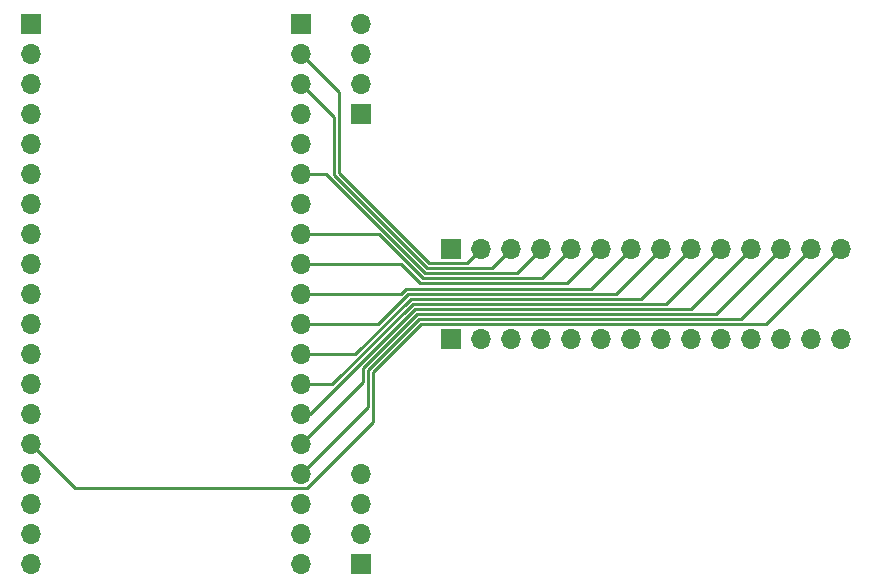
<source format=gtl>
G04 #@! TF.GenerationSoftware,KiCad,Pcbnew,5.1.6+dfsg1-1*
G04 #@! TF.CreationDate,2022-05-06T15:08:44-04:00*
G04 #@! TF.ProjectId,esp32-breadboard-adapter,65737033-322d-4627-9265-6164626f6172,rev?*
G04 #@! TF.SameCoordinates,Original*
G04 #@! TF.FileFunction,Copper,L1,Top*
G04 #@! TF.FilePolarity,Positive*
%FSLAX46Y46*%
G04 Gerber Fmt 4.6, Leading zero omitted, Abs format (unit mm)*
G04 Created by KiCad (PCBNEW 5.1.6+dfsg1-1) date 2022-05-06 15:08:44*
%MOMM*%
%LPD*%
G01*
G04 APERTURE LIST*
G04 #@! TA.AperFunction,ComponentPad*
%ADD10O,1.700000X1.700000*%
G04 #@! TD*
G04 #@! TA.AperFunction,ComponentPad*
%ADD11R,1.700000X1.700000*%
G04 #@! TD*
G04 #@! TA.AperFunction,Conductor*
%ADD12C,0.228600*%
G04 #@! TD*
G04 APERTURE END LIST*
D10*
X231140000Y-93980000D03*
X228600000Y-93980000D03*
X226060000Y-93980000D03*
X223520000Y-93980000D03*
X220980000Y-93980000D03*
X218440000Y-93980000D03*
X215900000Y-93980000D03*
X213360000Y-93980000D03*
X210820000Y-93980000D03*
X208280000Y-93980000D03*
X205740000Y-93980000D03*
X203200000Y-93980000D03*
X200660000Y-93980000D03*
D11*
X198120000Y-93980000D03*
D10*
X231140000Y-101600000D03*
X228600000Y-101600000D03*
X226060000Y-101600000D03*
X223520000Y-101600000D03*
X220980000Y-101600000D03*
X218440000Y-101600000D03*
X215900000Y-101600000D03*
X213360000Y-101600000D03*
X210820000Y-101600000D03*
X208280000Y-101600000D03*
X205740000Y-101600000D03*
X203200000Y-101600000D03*
X200660000Y-101600000D03*
D11*
X198120000Y-101600000D03*
D10*
X190500000Y-113030000D03*
X190500000Y-115570000D03*
X190500000Y-118110000D03*
D11*
X190500000Y-120650000D03*
D10*
X190500000Y-74930000D03*
X190500000Y-77470000D03*
X190500000Y-80010000D03*
D11*
X190500000Y-82550000D03*
D10*
X185420000Y-120650000D03*
X185420000Y-118110000D03*
X185420000Y-115570000D03*
X185420000Y-113030000D03*
X185420000Y-110490000D03*
X185420000Y-107950000D03*
X185420000Y-105410000D03*
X185420000Y-102870000D03*
X185420000Y-100330000D03*
X185420000Y-97790000D03*
X185420000Y-95250000D03*
X185420000Y-92710000D03*
X185420000Y-90170000D03*
X185420000Y-87630000D03*
X185420000Y-85090000D03*
X185420000Y-82550000D03*
X185420000Y-80010000D03*
X185420000Y-77470000D03*
D11*
X185420000Y-74930000D03*
D10*
X162560000Y-120650000D03*
X162560000Y-118110000D03*
X162560000Y-115570000D03*
X162560000Y-113030000D03*
X162560000Y-110490000D03*
X162560000Y-107950000D03*
X162560000Y-105410000D03*
X162560000Y-102870000D03*
X162560000Y-100330000D03*
X162560000Y-97790000D03*
X162560000Y-95250000D03*
X162560000Y-92710000D03*
X162560000Y-90170000D03*
X162560000Y-87630000D03*
X162560000Y-85090000D03*
X162560000Y-82550000D03*
X162560000Y-80010000D03*
X162560000Y-77470000D03*
D11*
X162560000Y-74930000D03*
D12*
X166264301Y-114194301D02*
X162560000Y-110490000D01*
X185978865Y-114194301D02*
X166264301Y-114194301D01*
X191517220Y-108655946D02*
X185978865Y-114194301D01*
X191517220Y-104415802D02*
X191517220Y-108655946D01*
X195602752Y-100330270D02*
X191517220Y-104415802D01*
X224789730Y-100330270D02*
X195602752Y-100330270D01*
X231140000Y-93980000D02*
X224789730Y-100330270D01*
X228600000Y-93980000D02*
X222678340Y-99901660D01*
X222678340Y-99901660D02*
X195425216Y-99901660D01*
X191088610Y-107361390D02*
X185420000Y-113030000D01*
X191088610Y-104238266D02*
X191088610Y-107361390D01*
X195425216Y-99901660D02*
X191088610Y-104238266D01*
X226060000Y-93980000D02*
X220566950Y-99473050D01*
X220566950Y-99473050D02*
X195247680Y-99473050D01*
X195247680Y-99473050D02*
X190660000Y-104060730D01*
X190660000Y-105250000D02*
X185420000Y-110490000D01*
X190660000Y-104060730D02*
X190660000Y-105250000D01*
X223520000Y-93980000D02*
X218455560Y-99044440D01*
X218455560Y-99044440D02*
X195070144Y-99044440D01*
X186164584Y-107950000D02*
X185420000Y-107950000D01*
X195070144Y-99044440D02*
X186164584Y-107950000D01*
X220980000Y-93980000D02*
X216344170Y-98615830D01*
X188098438Y-105410000D02*
X185420000Y-105410000D01*
X194892608Y-98615830D02*
X188098438Y-105410000D01*
X216344170Y-98615830D02*
X194892608Y-98615830D01*
X218440000Y-93980000D02*
X214232780Y-98187220D01*
X190032292Y-102870000D02*
X185420000Y-102870000D01*
X194715072Y-98187220D02*
X190032292Y-102870000D01*
X214232780Y-98187220D02*
X194715072Y-98187220D01*
X215900000Y-93980000D02*
X212121390Y-97758610D01*
X212121390Y-97758610D02*
X194537536Y-97758610D01*
X191966146Y-100330000D02*
X194537536Y-97758610D01*
X185420000Y-100330000D02*
X191966146Y-100330000D01*
X213360000Y-93980000D02*
X210010000Y-97330000D01*
X210010000Y-97330000D02*
X194360000Y-97330000D01*
X193900000Y-97790000D02*
X185420000Y-97790000D01*
X194360000Y-97330000D02*
X193900000Y-97790000D01*
X210820000Y-93980000D02*
X207941261Y-96858739D01*
X207941261Y-96858739D02*
X195554298Y-96858738D01*
X193945560Y-95250000D02*
X185420000Y-95250000D01*
X195554298Y-96858738D02*
X193945560Y-95250000D01*
X208280000Y-93980000D02*
X205829870Y-96430130D01*
X205829870Y-96430130D02*
X195731835Y-96430129D01*
X192011706Y-92710000D02*
X185420000Y-92710000D01*
X195731835Y-96430129D02*
X192011706Y-92710000D01*
X205740000Y-93980000D02*
X203718479Y-96001521D01*
X203718479Y-96001521D02*
X195909372Y-96001520D01*
X187537852Y-87630000D02*
X185420000Y-87630000D01*
X195909372Y-96001520D02*
X187537852Y-87630000D01*
X185420000Y-80010000D02*
X188231390Y-82821390D01*
X201607089Y-95572911D02*
X203200000Y-93980000D01*
X196086909Y-95572911D02*
X201607089Y-95572911D01*
X188231391Y-87717393D02*
X196086909Y-95572911D01*
X188231390Y-82821390D02*
X188231391Y-87717393D01*
X185420000Y-77470000D02*
X188660000Y-80710000D01*
X199495699Y-95144301D02*
X200660000Y-93980000D01*
X196264445Y-95144301D02*
X199495699Y-95144301D01*
X188660000Y-87539856D02*
X196264445Y-95144301D01*
X188660000Y-80710000D02*
X188660000Y-87539856D01*
M02*

</source>
